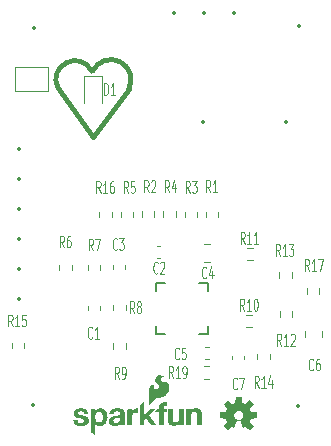
<source format=gto>
%TF.GenerationSoftware,KiCad,Pcbnew,8.0.8*%
%TF.CreationDate,2025-02-23T18:34:37+05:30*%
%TF.ProjectId,my-template,6d792d74-656d-4706-9c61-74652e6b6963,rev?*%
%TF.SameCoordinates,Original*%
%TF.FileFunction,Legend,Top*%
%TF.FilePolarity,Positive*%
%FSLAX46Y46*%
G04 Gerber Fmt 4.6, Leading zero omitted, Abs format (unit mm)*
G04 Created by KiCad (PCBNEW 8.0.8) date 2025-02-23 18:34:37*
%MOMM*%
%LPD*%
G01*
G04 APERTURE LIST*
%ADD10C,0.406400*%
%ADD11C,0.100000*%
%ADD12C,0.120000*%
%ADD13C,0.152400*%
%ADD14C,0.000000*%
%ADD15C,0.350000*%
G04 APERTURE END LIST*
D10*
X135110207Y-84042446D02*
G75*
G02*
X137971993Y-82611554I1430893J715446D01*
G01*
X135110207Y-84042446D02*
X138065100Y-88153000D01*
X138065100Y-82565000D02*
G75*
G02*
X141113100Y-84089000I1524000J-762000D01*
G01*
X138065100Y-88153000D02*
X141113100Y-84089000D01*
D11*
X147675100Y-100067180D02*
X147646528Y-100114800D01*
X147646528Y-100114800D02*
X147560814Y-100162419D01*
X147560814Y-100162419D02*
X147503671Y-100162419D01*
X147503671Y-100162419D02*
X147417957Y-100114800D01*
X147417957Y-100114800D02*
X147360814Y-100019561D01*
X147360814Y-100019561D02*
X147332243Y-99924323D01*
X147332243Y-99924323D02*
X147303671Y-99733847D01*
X147303671Y-99733847D02*
X147303671Y-99590990D01*
X147303671Y-99590990D02*
X147332243Y-99400514D01*
X147332243Y-99400514D02*
X147360814Y-99305276D01*
X147360814Y-99305276D02*
X147417957Y-99210038D01*
X147417957Y-99210038D02*
X147503671Y-99162419D01*
X147503671Y-99162419D02*
X147560814Y-99162419D01*
X147560814Y-99162419D02*
X147646528Y-99210038D01*
X147646528Y-99210038D02*
X147675100Y-99257657D01*
X148189386Y-99495752D02*
X148189386Y-100162419D01*
X148046528Y-99114800D02*
X147903671Y-99829085D01*
X147903671Y-99829085D02*
X148275100Y-99829085D01*
X150879285Y-102882419D02*
X150679285Y-102406228D01*
X150536428Y-102882419D02*
X150536428Y-101882419D01*
X150536428Y-101882419D02*
X150764999Y-101882419D01*
X150764999Y-101882419D02*
X150822142Y-101930038D01*
X150822142Y-101930038D02*
X150850713Y-101977657D01*
X150850713Y-101977657D02*
X150879285Y-102072895D01*
X150879285Y-102072895D02*
X150879285Y-102215752D01*
X150879285Y-102215752D02*
X150850713Y-102310990D01*
X150850713Y-102310990D02*
X150822142Y-102358609D01*
X150822142Y-102358609D02*
X150764999Y-102406228D01*
X150764999Y-102406228D02*
X150536428Y-102406228D01*
X151450713Y-102882419D02*
X151107856Y-102882419D01*
X151279285Y-102882419D02*
X151279285Y-101882419D01*
X151279285Y-101882419D02*
X151222142Y-102025276D01*
X151222142Y-102025276D02*
X151164999Y-102120514D01*
X151164999Y-102120514D02*
X151107856Y-102168133D01*
X151822142Y-101882419D02*
X151879285Y-101882419D01*
X151879285Y-101882419D02*
X151936428Y-101930038D01*
X151936428Y-101930038D02*
X151965000Y-101977657D01*
X151965000Y-101977657D02*
X151993571Y-102072895D01*
X151993571Y-102072895D02*
X152022142Y-102263371D01*
X152022142Y-102263371D02*
X152022142Y-102501466D01*
X152022142Y-102501466D02*
X151993571Y-102691942D01*
X151993571Y-102691942D02*
X151965000Y-102787180D01*
X151965000Y-102787180D02*
X151936428Y-102834800D01*
X151936428Y-102834800D02*
X151879285Y-102882419D01*
X151879285Y-102882419D02*
X151822142Y-102882419D01*
X151822142Y-102882419D02*
X151765000Y-102834800D01*
X151765000Y-102834800D02*
X151736428Y-102787180D01*
X151736428Y-102787180D02*
X151707857Y-102691942D01*
X151707857Y-102691942D02*
X151679285Y-102501466D01*
X151679285Y-102501466D02*
X151679285Y-102263371D01*
X151679285Y-102263371D02*
X151707857Y-102072895D01*
X151707857Y-102072895D02*
X151736428Y-101977657D01*
X151736428Y-101977657D02*
X151765000Y-101930038D01*
X151765000Y-101930038D02*
X151822142Y-101882419D01*
X141560000Y-103102419D02*
X141360000Y-102626228D01*
X141217143Y-103102419D02*
X141217143Y-102102419D01*
X141217143Y-102102419D02*
X141445714Y-102102419D01*
X141445714Y-102102419D02*
X141502857Y-102150038D01*
X141502857Y-102150038D02*
X141531428Y-102197657D01*
X141531428Y-102197657D02*
X141560000Y-102292895D01*
X141560000Y-102292895D02*
X141560000Y-102435752D01*
X141560000Y-102435752D02*
X141531428Y-102530990D01*
X141531428Y-102530990D02*
X141502857Y-102578609D01*
X141502857Y-102578609D02*
X141445714Y-102626228D01*
X141445714Y-102626228D02*
X141217143Y-102626228D01*
X141902857Y-102530990D02*
X141845714Y-102483371D01*
X141845714Y-102483371D02*
X141817143Y-102435752D01*
X141817143Y-102435752D02*
X141788571Y-102340514D01*
X141788571Y-102340514D02*
X141788571Y-102292895D01*
X141788571Y-102292895D02*
X141817143Y-102197657D01*
X141817143Y-102197657D02*
X141845714Y-102150038D01*
X141845714Y-102150038D02*
X141902857Y-102102419D01*
X141902857Y-102102419D02*
X142017143Y-102102419D01*
X142017143Y-102102419D02*
X142074286Y-102150038D01*
X142074286Y-102150038D02*
X142102857Y-102197657D01*
X142102857Y-102197657D02*
X142131428Y-102292895D01*
X142131428Y-102292895D02*
X142131428Y-102340514D01*
X142131428Y-102340514D02*
X142102857Y-102435752D01*
X142102857Y-102435752D02*
X142074286Y-102483371D01*
X142074286Y-102483371D02*
X142017143Y-102530990D01*
X142017143Y-102530990D02*
X141902857Y-102530990D01*
X141902857Y-102530990D02*
X141845714Y-102578609D01*
X141845714Y-102578609D02*
X141817143Y-102626228D01*
X141817143Y-102626228D02*
X141788571Y-102721466D01*
X141788571Y-102721466D02*
X141788571Y-102911942D01*
X141788571Y-102911942D02*
X141817143Y-103007180D01*
X141817143Y-103007180D02*
X141845714Y-103054800D01*
X141845714Y-103054800D02*
X141902857Y-103102419D01*
X141902857Y-103102419D02*
X142017143Y-103102419D01*
X142017143Y-103102419D02*
X142074286Y-103054800D01*
X142074286Y-103054800D02*
X142102857Y-103007180D01*
X142102857Y-103007180D02*
X142131428Y-102911942D01*
X142131428Y-102911942D02*
X142131428Y-102721466D01*
X142131428Y-102721466D02*
X142102857Y-102626228D01*
X142102857Y-102626228D02*
X142074286Y-102578609D01*
X142074286Y-102578609D02*
X142017143Y-102530990D01*
X153894285Y-98257419D02*
X153694285Y-97781228D01*
X153551428Y-98257419D02*
X153551428Y-97257419D01*
X153551428Y-97257419D02*
X153779999Y-97257419D01*
X153779999Y-97257419D02*
X153837142Y-97305038D01*
X153837142Y-97305038D02*
X153865713Y-97352657D01*
X153865713Y-97352657D02*
X153894285Y-97447895D01*
X153894285Y-97447895D02*
X153894285Y-97590752D01*
X153894285Y-97590752D02*
X153865713Y-97685990D01*
X153865713Y-97685990D02*
X153837142Y-97733609D01*
X153837142Y-97733609D02*
X153779999Y-97781228D01*
X153779999Y-97781228D02*
X153551428Y-97781228D01*
X154465713Y-98257419D02*
X154122856Y-98257419D01*
X154294285Y-98257419D02*
X154294285Y-97257419D01*
X154294285Y-97257419D02*
X154237142Y-97400276D01*
X154237142Y-97400276D02*
X154179999Y-97495514D01*
X154179999Y-97495514D02*
X154122856Y-97543133D01*
X154665714Y-97257419D02*
X155037142Y-97257419D01*
X155037142Y-97257419D02*
X154837142Y-97638371D01*
X154837142Y-97638371D02*
X154922857Y-97638371D01*
X154922857Y-97638371D02*
X154980000Y-97685990D01*
X154980000Y-97685990D02*
X155008571Y-97733609D01*
X155008571Y-97733609D02*
X155037142Y-97828847D01*
X155037142Y-97828847D02*
X155037142Y-98066942D01*
X155037142Y-98066942D02*
X155008571Y-98162180D01*
X155008571Y-98162180D02*
X154980000Y-98209800D01*
X154980000Y-98209800D02*
X154922857Y-98257419D01*
X154922857Y-98257419D02*
X154751428Y-98257419D01*
X154751428Y-98257419D02*
X154694285Y-98209800D01*
X154694285Y-98209800D02*
X154665714Y-98162180D01*
X139022243Y-84622419D02*
X139022243Y-83622419D01*
X139022243Y-83622419D02*
X139165100Y-83622419D01*
X139165100Y-83622419D02*
X139250814Y-83670038D01*
X139250814Y-83670038D02*
X139307957Y-83765276D01*
X139307957Y-83765276D02*
X139336528Y-83860514D01*
X139336528Y-83860514D02*
X139365100Y-84050990D01*
X139365100Y-84050990D02*
X139365100Y-84193847D01*
X139365100Y-84193847D02*
X139336528Y-84384323D01*
X139336528Y-84384323D02*
X139307957Y-84479561D01*
X139307957Y-84479561D02*
X139250814Y-84574800D01*
X139250814Y-84574800D02*
X139165100Y-84622419D01*
X139165100Y-84622419D02*
X139022243Y-84622419D01*
X139936528Y-84622419D02*
X139593671Y-84622419D01*
X139765100Y-84622419D02*
X139765100Y-83622419D01*
X139765100Y-83622419D02*
X139707957Y-83765276D01*
X139707957Y-83765276D02*
X139650814Y-83860514D01*
X139650814Y-83860514D02*
X139593671Y-83908133D01*
X145355100Y-106917180D02*
X145326528Y-106964800D01*
X145326528Y-106964800D02*
X145240814Y-107012419D01*
X145240814Y-107012419D02*
X145183671Y-107012419D01*
X145183671Y-107012419D02*
X145097957Y-106964800D01*
X145097957Y-106964800D02*
X145040814Y-106869561D01*
X145040814Y-106869561D02*
X145012243Y-106774323D01*
X145012243Y-106774323D02*
X144983671Y-106583847D01*
X144983671Y-106583847D02*
X144983671Y-106440990D01*
X144983671Y-106440990D02*
X145012243Y-106250514D01*
X145012243Y-106250514D02*
X145040814Y-106155276D01*
X145040814Y-106155276D02*
X145097957Y-106060038D01*
X145097957Y-106060038D02*
X145183671Y-106012419D01*
X145183671Y-106012419D02*
X145240814Y-106012419D01*
X145240814Y-106012419D02*
X145326528Y-106060038D01*
X145326528Y-106060038D02*
X145355100Y-106107657D01*
X145897957Y-106012419D02*
X145612243Y-106012419D01*
X145612243Y-106012419D02*
X145583671Y-106488609D01*
X145583671Y-106488609D02*
X145612243Y-106440990D01*
X145612243Y-106440990D02*
X145669386Y-106393371D01*
X145669386Y-106393371D02*
X145812243Y-106393371D01*
X145812243Y-106393371D02*
X145869386Y-106440990D01*
X145869386Y-106440990D02*
X145897957Y-106488609D01*
X145897957Y-106488609D02*
X145926528Y-106583847D01*
X145926528Y-106583847D02*
X145926528Y-106821942D01*
X145926528Y-106821942D02*
X145897957Y-106917180D01*
X145897957Y-106917180D02*
X145869386Y-106964800D01*
X145869386Y-106964800D02*
X145812243Y-107012419D01*
X145812243Y-107012419D02*
X145669386Y-107012419D01*
X145669386Y-107012419D02*
X145612243Y-106964800D01*
X145612243Y-106964800D02*
X145583671Y-106917180D01*
X150914285Y-97217419D02*
X150714285Y-96741228D01*
X150571428Y-97217419D02*
X150571428Y-96217419D01*
X150571428Y-96217419D02*
X150799999Y-96217419D01*
X150799999Y-96217419D02*
X150857142Y-96265038D01*
X150857142Y-96265038D02*
X150885713Y-96312657D01*
X150885713Y-96312657D02*
X150914285Y-96407895D01*
X150914285Y-96407895D02*
X150914285Y-96550752D01*
X150914285Y-96550752D02*
X150885713Y-96645990D01*
X150885713Y-96645990D02*
X150857142Y-96693609D01*
X150857142Y-96693609D02*
X150799999Y-96741228D01*
X150799999Y-96741228D02*
X150571428Y-96741228D01*
X151485713Y-97217419D02*
X151142856Y-97217419D01*
X151314285Y-97217419D02*
X151314285Y-96217419D01*
X151314285Y-96217419D02*
X151257142Y-96360276D01*
X151257142Y-96360276D02*
X151199999Y-96455514D01*
X151199999Y-96455514D02*
X151142856Y-96503133D01*
X152057142Y-97217419D02*
X151714285Y-97217419D01*
X151885714Y-97217419D02*
X151885714Y-96217419D01*
X151885714Y-96217419D02*
X151828571Y-96360276D01*
X151828571Y-96360276D02*
X151771428Y-96455514D01*
X151771428Y-96455514D02*
X151714285Y-96503133D01*
X138060000Y-97782419D02*
X137860000Y-97306228D01*
X137717143Y-97782419D02*
X137717143Y-96782419D01*
X137717143Y-96782419D02*
X137945714Y-96782419D01*
X137945714Y-96782419D02*
X138002857Y-96830038D01*
X138002857Y-96830038D02*
X138031428Y-96877657D01*
X138031428Y-96877657D02*
X138060000Y-96972895D01*
X138060000Y-96972895D02*
X138060000Y-97115752D01*
X138060000Y-97115752D02*
X138031428Y-97210990D01*
X138031428Y-97210990D02*
X138002857Y-97258609D01*
X138002857Y-97258609D02*
X137945714Y-97306228D01*
X137945714Y-97306228D02*
X137717143Y-97306228D01*
X138260000Y-96782419D02*
X138660000Y-96782419D01*
X138660000Y-96782419D02*
X138402857Y-97782419D01*
X138709385Y-92922419D02*
X138509385Y-92446228D01*
X138366528Y-92922419D02*
X138366528Y-91922419D01*
X138366528Y-91922419D02*
X138595099Y-91922419D01*
X138595099Y-91922419D02*
X138652242Y-91970038D01*
X138652242Y-91970038D02*
X138680813Y-92017657D01*
X138680813Y-92017657D02*
X138709385Y-92112895D01*
X138709385Y-92112895D02*
X138709385Y-92255752D01*
X138709385Y-92255752D02*
X138680813Y-92350990D01*
X138680813Y-92350990D02*
X138652242Y-92398609D01*
X138652242Y-92398609D02*
X138595099Y-92446228D01*
X138595099Y-92446228D02*
X138366528Y-92446228D01*
X139280813Y-92922419D02*
X138937956Y-92922419D01*
X139109385Y-92922419D02*
X139109385Y-91922419D01*
X139109385Y-91922419D02*
X139052242Y-92065276D01*
X139052242Y-92065276D02*
X138995099Y-92160514D01*
X138995099Y-92160514D02*
X138937956Y-92208133D01*
X139795100Y-91922419D02*
X139680814Y-91922419D01*
X139680814Y-91922419D02*
X139623671Y-91970038D01*
X139623671Y-91970038D02*
X139595100Y-92017657D01*
X139595100Y-92017657D02*
X139537957Y-92160514D01*
X139537957Y-92160514D02*
X139509385Y-92350990D01*
X139509385Y-92350990D02*
X139509385Y-92731942D01*
X139509385Y-92731942D02*
X139537957Y-92827180D01*
X139537957Y-92827180D02*
X139566528Y-92874800D01*
X139566528Y-92874800D02*
X139623671Y-92922419D01*
X139623671Y-92922419D02*
X139737957Y-92922419D01*
X139737957Y-92922419D02*
X139795100Y-92874800D01*
X139795100Y-92874800D02*
X139823671Y-92827180D01*
X139823671Y-92827180D02*
X139852242Y-92731942D01*
X139852242Y-92731942D02*
X139852242Y-92493847D01*
X139852242Y-92493847D02*
X139823671Y-92398609D01*
X139823671Y-92398609D02*
X139795100Y-92350990D01*
X139795100Y-92350990D02*
X139737957Y-92303371D01*
X139737957Y-92303371D02*
X139623671Y-92303371D01*
X139623671Y-92303371D02*
X139566528Y-92350990D01*
X139566528Y-92350990D02*
X139537957Y-92398609D01*
X139537957Y-92398609D02*
X139509385Y-92493847D01*
X143540000Y-99652180D02*
X143511428Y-99699800D01*
X143511428Y-99699800D02*
X143425714Y-99747419D01*
X143425714Y-99747419D02*
X143368571Y-99747419D01*
X143368571Y-99747419D02*
X143282857Y-99699800D01*
X143282857Y-99699800D02*
X143225714Y-99604561D01*
X143225714Y-99604561D02*
X143197143Y-99509323D01*
X143197143Y-99509323D02*
X143168571Y-99318847D01*
X143168571Y-99318847D02*
X143168571Y-99175990D01*
X143168571Y-99175990D02*
X143197143Y-98985514D01*
X143197143Y-98985514D02*
X143225714Y-98890276D01*
X143225714Y-98890276D02*
X143282857Y-98795038D01*
X143282857Y-98795038D02*
X143368571Y-98747419D01*
X143368571Y-98747419D02*
X143425714Y-98747419D01*
X143425714Y-98747419D02*
X143511428Y-98795038D01*
X143511428Y-98795038D02*
X143540000Y-98842657D01*
X143768571Y-98842657D02*
X143797143Y-98795038D01*
X143797143Y-98795038D02*
X143854286Y-98747419D01*
X143854286Y-98747419D02*
X143997143Y-98747419D01*
X143997143Y-98747419D02*
X144054286Y-98795038D01*
X144054286Y-98795038D02*
X144082857Y-98842657D01*
X144082857Y-98842657D02*
X144111428Y-98937895D01*
X144111428Y-98937895D02*
X144111428Y-99033133D01*
X144111428Y-99033133D02*
X144082857Y-99175990D01*
X144082857Y-99175990D02*
X143740000Y-99747419D01*
X143740000Y-99747419D02*
X144111428Y-99747419D01*
X146268242Y-92892419D02*
X146068242Y-92416228D01*
X145925385Y-92892419D02*
X145925385Y-91892419D01*
X145925385Y-91892419D02*
X146153956Y-91892419D01*
X146153956Y-91892419D02*
X146211099Y-91940038D01*
X146211099Y-91940038D02*
X146239670Y-91987657D01*
X146239670Y-91987657D02*
X146268242Y-92082895D01*
X146268242Y-92082895D02*
X146268242Y-92225752D01*
X146268242Y-92225752D02*
X146239670Y-92320990D01*
X146239670Y-92320990D02*
X146211099Y-92368609D01*
X146211099Y-92368609D02*
X146153956Y-92416228D01*
X146153956Y-92416228D02*
X145925385Y-92416228D01*
X146468242Y-91892419D02*
X146839670Y-91892419D01*
X146839670Y-91892419D02*
X146639670Y-92273371D01*
X146639670Y-92273371D02*
X146725385Y-92273371D01*
X146725385Y-92273371D02*
X146782528Y-92320990D01*
X146782528Y-92320990D02*
X146811099Y-92368609D01*
X146811099Y-92368609D02*
X146839670Y-92463847D01*
X146839670Y-92463847D02*
X146839670Y-92701942D01*
X146839670Y-92701942D02*
X146811099Y-92797180D01*
X146811099Y-92797180D02*
X146782528Y-92844800D01*
X146782528Y-92844800D02*
X146725385Y-92892419D01*
X146725385Y-92892419D02*
X146553956Y-92892419D01*
X146553956Y-92892419D02*
X146496813Y-92844800D01*
X146496813Y-92844800D02*
X146468242Y-92797180D01*
X156710000Y-107842180D02*
X156681428Y-107889800D01*
X156681428Y-107889800D02*
X156595714Y-107937419D01*
X156595714Y-107937419D02*
X156538571Y-107937419D01*
X156538571Y-107937419D02*
X156452857Y-107889800D01*
X156452857Y-107889800D02*
X156395714Y-107794561D01*
X156395714Y-107794561D02*
X156367143Y-107699323D01*
X156367143Y-107699323D02*
X156338571Y-107508847D01*
X156338571Y-107508847D02*
X156338571Y-107365990D01*
X156338571Y-107365990D02*
X156367143Y-107175514D01*
X156367143Y-107175514D02*
X156395714Y-107080276D01*
X156395714Y-107080276D02*
X156452857Y-106985038D01*
X156452857Y-106985038D02*
X156538571Y-106937419D01*
X156538571Y-106937419D02*
X156595714Y-106937419D01*
X156595714Y-106937419D02*
X156681428Y-106985038D01*
X156681428Y-106985038D02*
X156710000Y-107032657D01*
X157224286Y-106937419D02*
X157110000Y-106937419D01*
X157110000Y-106937419D02*
X157052857Y-106985038D01*
X157052857Y-106985038D02*
X157024286Y-107032657D01*
X157024286Y-107032657D02*
X156967143Y-107175514D01*
X156967143Y-107175514D02*
X156938571Y-107365990D01*
X156938571Y-107365990D02*
X156938571Y-107746942D01*
X156938571Y-107746942D02*
X156967143Y-107842180D01*
X156967143Y-107842180D02*
X156995714Y-107889800D01*
X156995714Y-107889800D02*
X157052857Y-107937419D01*
X157052857Y-107937419D02*
X157167143Y-107937419D01*
X157167143Y-107937419D02*
X157224286Y-107889800D01*
X157224286Y-107889800D02*
X157252857Y-107842180D01*
X157252857Y-107842180D02*
X157281428Y-107746942D01*
X157281428Y-107746942D02*
X157281428Y-107508847D01*
X157281428Y-107508847D02*
X157252857Y-107413609D01*
X157252857Y-107413609D02*
X157224286Y-107365990D01*
X157224286Y-107365990D02*
X157167143Y-107318371D01*
X157167143Y-107318371D02*
X157052857Y-107318371D01*
X157052857Y-107318371D02*
X156995714Y-107365990D01*
X156995714Y-107365990D02*
X156967143Y-107413609D01*
X156967143Y-107413609D02*
X156938571Y-107508847D01*
X131259385Y-104212419D02*
X131059385Y-103736228D01*
X130916528Y-104212419D02*
X130916528Y-103212419D01*
X130916528Y-103212419D02*
X131145099Y-103212419D01*
X131145099Y-103212419D02*
X131202242Y-103260038D01*
X131202242Y-103260038D02*
X131230813Y-103307657D01*
X131230813Y-103307657D02*
X131259385Y-103402895D01*
X131259385Y-103402895D02*
X131259385Y-103545752D01*
X131259385Y-103545752D02*
X131230813Y-103640990D01*
X131230813Y-103640990D02*
X131202242Y-103688609D01*
X131202242Y-103688609D02*
X131145099Y-103736228D01*
X131145099Y-103736228D02*
X130916528Y-103736228D01*
X131830813Y-104212419D02*
X131487956Y-104212419D01*
X131659385Y-104212419D02*
X131659385Y-103212419D01*
X131659385Y-103212419D02*
X131602242Y-103355276D01*
X131602242Y-103355276D02*
X131545099Y-103450514D01*
X131545099Y-103450514D02*
X131487956Y-103498133D01*
X132373671Y-103212419D02*
X132087957Y-103212419D01*
X132087957Y-103212419D02*
X132059385Y-103688609D01*
X132059385Y-103688609D02*
X132087957Y-103640990D01*
X132087957Y-103640990D02*
X132145100Y-103593371D01*
X132145100Y-103593371D02*
X132287957Y-103593371D01*
X132287957Y-103593371D02*
X132345100Y-103640990D01*
X132345100Y-103640990D02*
X132373671Y-103688609D01*
X132373671Y-103688609D02*
X132402242Y-103783847D01*
X132402242Y-103783847D02*
X132402242Y-104021942D01*
X132402242Y-104021942D02*
X132373671Y-104117180D01*
X132373671Y-104117180D02*
X132345100Y-104164800D01*
X132345100Y-104164800D02*
X132287957Y-104212419D01*
X132287957Y-104212419D02*
X132145100Y-104212419D01*
X132145100Y-104212419D02*
X132087957Y-104164800D01*
X132087957Y-104164800D02*
X132059385Y-104117180D01*
X135605100Y-97532419D02*
X135405100Y-97056228D01*
X135262243Y-97532419D02*
X135262243Y-96532419D01*
X135262243Y-96532419D02*
X135490814Y-96532419D01*
X135490814Y-96532419D02*
X135547957Y-96580038D01*
X135547957Y-96580038D02*
X135576528Y-96627657D01*
X135576528Y-96627657D02*
X135605100Y-96722895D01*
X135605100Y-96722895D02*
X135605100Y-96865752D01*
X135605100Y-96865752D02*
X135576528Y-96960990D01*
X135576528Y-96960990D02*
X135547957Y-97008609D01*
X135547957Y-97008609D02*
X135490814Y-97056228D01*
X135490814Y-97056228D02*
X135262243Y-97056228D01*
X136119386Y-96532419D02*
X136005100Y-96532419D01*
X136005100Y-96532419D02*
X135947957Y-96580038D01*
X135947957Y-96580038D02*
X135919386Y-96627657D01*
X135919386Y-96627657D02*
X135862243Y-96770514D01*
X135862243Y-96770514D02*
X135833671Y-96960990D01*
X135833671Y-96960990D02*
X135833671Y-97341942D01*
X135833671Y-97341942D02*
X135862243Y-97437180D01*
X135862243Y-97437180D02*
X135890814Y-97484800D01*
X135890814Y-97484800D02*
X135947957Y-97532419D01*
X135947957Y-97532419D02*
X136062243Y-97532419D01*
X136062243Y-97532419D02*
X136119386Y-97484800D01*
X136119386Y-97484800D02*
X136147957Y-97437180D01*
X136147957Y-97437180D02*
X136176528Y-97341942D01*
X136176528Y-97341942D02*
X136176528Y-97103847D01*
X136176528Y-97103847D02*
X136147957Y-97008609D01*
X136147957Y-97008609D02*
X136119386Y-96960990D01*
X136119386Y-96960990D02*
X136062243Y-96913371D01*
X136062243Y-96913371D02*
X135947957Y-96913371D01*
X135947957Y-96913371D02*
X135890814Y-96960990D01*
X135890814Y-96960990D02*
X135862243Y-97008609D01*
X135862243Y-97008609D02*
X135833671Y-97103847D01*
X141027671Y-92912419D02*
X140827671Y-92436228D01*
X140684814Y-92912419D02*
X140684814Y-91912419D01*
X140684814Y-91912419D02*
X140913385Y-91912419D01*
X140913385Y-91912419D02*
X140970528Y-91960038D01*
X140970528Y-91960038D02*
X140999099Y-92007657D01*
X140999099Y-92007657D02*
X141027671Y-92102895D01*
X141027671Y-92102895D02*
X141027671Y-92245752D01*
X141027671Y-92245752D02*
X140999099Y-92340990D01*
X140999099Y-92340990D02*
X140970528Y-92388609D01*
X140970528Y-92388609D02*
X140913385Y-92436228D01*
X140913385Y-92436228D02*
X140684814Y-92436228D01*
X141570528Y-91912419D02*
X141284814Y-91912419D01*
X141284814Y-91912419D02*
X141256242Y-92388609D01*
X141256242Y-92388609D02*
X141284814Y-92340990D01*
X141284814Y-92340990D02*
X141341957Y-92293371D01*
X141341957Y-92293371D02*
X141484814Y-92293371D01*
X141484814Y-92293371D02*
X141541957Y-92340990D01*
X141541957Y-92340990D02*
X141570528Y-92388609D01*
X141570528Y-92388609D02*
X141599099Y-92483847D01*
X141599099Y-92483847D02*
X141599099Y-92721942D01*
X141599099Y-92721942D02*
X141570528Y-92817180D01*
X141570528Y-92817180D02*
X141541957Y-92864800D01*
X141541957Y-92864800D02*
X141484814Y-92912419D01*
X141484814Y-92912419D02*
X141341957Y-92912419D01*
X141341957Y-92912419D02*
X141284814Y-92864800D01*
X141284814Y-92864800D02*
X141256242Y-92817180D01*
X148015100Y-92852419D02*
X147815100Y-92376228D01*
X147672243Y-92852419D02*
X147672243Y-91852419D01*
X147672243Y-91852419D02*
X147900814Y-91852419D01*
X147900814Y-91852419D02*
X147957957Y-91900038D01*
X147957957Y-91900038D02*
X147986528Y-91947657D01*
X147986528Y-91947657D02*
X148015100Y-92042895D01*
X148015100Y-92042895D02*
X148015100Y-92185752D01*
X148015100Y-92185752D02*
X147986528Y-92280990D01*
X147986528Y-92280990D02*
X147957957Y-92328609D01*
X147957957Y-92328609D02*
X147900814Y-92376228D01*
X147900814Y-92376228D02*
X147672243Y-92376228D01*
X148586528Y-92852419D02*
X148243671Y-92852419D01*
X148415100Y-92852419D02*
X148415100Y-91852419D01*
X148415100Y-91852419D02*
X148357957Y-91995276D01*
X148357957Y-91995276D02*
X148300814Y-92090514D01*
X148300814Y-92090514D02*
X148243671Y-92138133D01*
X152109385Y-109402419D02*
X151909385Y-108926228D01*
X151766528Y-109402419D02*
X151766528Y-108402419D01*
X151766528Y-108402419D02*
X151995099Y-108402419D01*
X151995099Y-108402419D02*
X152052242Y-108450038D01*
X152052242Y-108450038D02*
X152080813Y-108497657D01*
X152080813Y-108497657D02*
X152109385Y-108592895D01*
X152109385Y-108592895D02*
X152109385Y-108735752D01*
X152109385Y-108735752D02*
X152080813Y-108830990D01*
X152080813Y-108830990D02*
X152052242Y-108878609D01*
X152052242Y-108878609D02*
X151995099Y-108926228D01*
X151995099Y-108926228D02*
X151766528Y-108926228D01*
X152680813Y-109402419D02*
X152337956Y-109402419D01*
X152509385Y-109402419D02*
X152509385Y-108402419D01*
X152509385Y-108402419D02*
X152452242Y-108545276D01*
X152452242Y-108545276D02*
X152395099Y-108640514D01*
X152395099Y-108640514D02*
X152337956Y-108688133D01*
X153195100Y-108735752D02*
X153195100Y-109402419D01*
X153052242Y-108354800D02*
X152909385Y-109069085D01*
X152909385Y-109069085D02*
X153280814Y-109069085D01*
X137990000Y-105152180D02*
X137961428Y-105199800D01*
X137961428Y-105199800D02*
X137875714Y-105247419D01*
X137875714Y-105247419D02*
X137818571Y-105247419D01*
X137818571Y-105247419D02*
X137732857Y-105199800D01*
X137732857Y-105199800D02*
X137675714Y-105104561D01*
X137675714Y-105104561D02*
X137647143Y-105009323D01*
X137647143Y-105009323D02*
X137618571Y-104818847D01*
X137618571Y-104818847D02*
X137618571Y-104675990D01*
X137618571Y-104675990D02*
X137647143Y-104485514D01*
X137647143Y-104485514D02*
X137675714Y-104390276D01*
X137675714Y-104390276D02*
X137732857Y-104295038D01*
X137732857Y-104295038D02*
X137818571Y-104247419D01*
X137818571Y-104247419D02*
X137875714Y-104247419D01*
X137875714Y-104247419D02*
X137961428Y-104295038D01*
X137961428Y-104295038D02*
X137990000Y-104342657D01*
X138561428Y-105247419D02*
X138218571Y-105247419D01*
X138390000Y-105247419D02*
X138390000Y-104247419D01*
X138390000Y-104247419D02*
X138332857Y-104390276D01*
X138332857Y-104390276D02*
X138275714Y-104485514D01*
X138275714Y-104485514D02*
X138218571Y-104533133D01*
X142774528Y-92862419D02*
X142574528Y-92386228D01*
X142431671Y-92862419D02*
X142431671Y-91862419D01*
X142431671Y-91862419D02*
X142660242Y-91862419D01*
X142660242Y-91862419D02*
X142717385Y-91910038D01*
X142717385Y-91910038D02*
X142745956Y-91957657D01*
X142745956Y-91957657D02*
X142774528Y-92052895D01*
X142774528Y-92052895D02*
X142774528Y-92195752D01*
X142774528Y-92195752D02*
X142745956Y-92290990D01*
X142745956Y-92290990D02*
X142717385Y-92338609D01*
X142717385Y-92338609D02*
X142660242Y-92386228D01*
X142660242Y-92386228D02*
X142431671Y-92386228D01*
X143003099Y-91957657D02*
X143031671Y-91910038D01*
X143031671Y-91910038D02*
X143088814Y-91862419D01*
X143088814Y-91862419D02*
X143231671Y-91862419D01*
X143231671Y-91862419D02*
X143288814Y-91910038D01*
X143288814Y-91910038D02*
X143317385Y-91957657D01*
X143317385Y-91957657D02*
X143345956Y-92052895D01*
X143345956Y-92052895D02*
X143345956Y-92148133D01*
X143345956Y-92148133D02*
X143317385Y-92290990D01*
X143317385Y-92290990D02*
X142974528Y-92862419D01*
X142974528Y-92862419D02*
X143345956Y-92862419D01*
X156354285Y-99537419D02*
X156154285Y-99061228D01*
X156011428Y-99537419D02*
X156011428Y-98537419D01*
X156011428Y-98537419D02*
X156239999Y-98537419D01*
X156239999Y-98537419D02*
X156297142Y-98585038D01*
X156297142Y-98585038D02*
X156325713Y-98632657D01*
X156325713Y-98632657D02*
X156354285Y-98727895D01*
X156354285Y-98727895D02*
X156354285Y-98870752D01*
X156354285Y-98870752D02*
X156325713Y-98965990D01*
X156325713Y-98965990D02*
X156297142Y-99013609D01*
X156297142Y-99013609D02*
X156239999Y-99061228D01*
X156239999Y-99061228D02*
X156011428Y-99061228D01*
X156925713Y-99537419D02*
X156582856Y-99537419D01*
X156754285Y-99537419D02*
X156754285Y-98537419D01*
X156754285Y-98537419D02*
X156697142Y-98680276D01*
X156697142Y-98680276D02*
X156639999Y-98775514D01*
X156639999Y-98775514D02*
X156582856Y-98823133D01*
X157125714Y-98537419D02*
X157525714Y-98537419D01*
X157525714Y-98537419D02*
X157268571Y-99537419D01*
X144521385Y-92862419D02*
X144321385Y-92386228D01*
X144178528Y-92862419D02*
X144178528Y-91862419D01*
X144178528Y-91862419D02*
X144407099Y-91862419D01*
X144407099Y-91862419D02*
X144464242Y-91910038D01*
X144464242Y-91910038D02*
X144492813Y-91957657D01*
X144492813Y-91957657D02*
X144521385Y-92052895D01*
X144521385Y-92052895D02*
X144521385Y-92195752D01*
X144521385Y-92195752D02*
X144492813Y-92290990D01*
X144492813Y-92290990D02*
X144464242Y-92338609D01*
X144464242Y-92338609D02*
X144407099Y-92386228D01*
X144407099Y-92386228D02*
X144178528Y-92386228D01*
X145035671Y-92195752D02*
X145035671Y-92862419D01*
X144892813Y-91814800D02*
X144749956Y-92529085D01*
X144749956Y-92529085D02*
X145121385Y-92529085D01*
X144849385Y-108592419D02*
X144649385Y-108116228D01*
X144506528Y-108592419D02*
X144506528Y-107592419D01*
X144506528Y-107592419D02*
X144735099Y-107592419D01*
X144735099Y-107592419D02*
X144792242Y-107640038D01*
X144792242Y-107640038D02*
X144820813Y-107687657D01*
X144820813Y-107687657D02*
X144849385Y-107782895D01*
X144849385Y-107782895D02*
X144849385Y-107925752D01*
X144849385Y-107925752D02*
X144820813Y-108020990D01*
X144820813Y-108020990D02*
X144792242Y-108068609D01*
X144792242Y-108068609D02*
X144735099Y-108116228D01*
X144735099Y-108116228D02*
X144506528Y-108116228D01*
X145420813Y-108592419D02*
X145077956Y-108592419D01*
X145249385Y-108592419D02*
X145249385Y-107592419D01*
X145249385Y-107592419D02*
X145192242Y-107735276D01*
X145192242Y-107735276D02*
X145135099Y-107830514D01*
X145135099Y-107830514D02*
X145077956Y-107878133D01*
X145706528Y-108592419D02*
X145820814Y-108592419D01*
X145820814Y-108592419D02*
X145877957Y-108544800D01*
X145877957Y-108544800D02*
X145906528Y-108497180D01*
X145906528Y-108497180D02*
X145963671Y-108354323D01*
X145963671Y-108354323D02*
X145992242Y-108163847D01*
X145992242Y-108163847D02*
X145992242Y-107782895D01*
X145992242Y-107782895D02*
X145963671Y-107687657D01*
X145963671Y-107687657D02*
X145935100Y-107640038D01*
X145935100Y-107640038D02*
X145877957Y-107592419D01*
X145877957Y-107592419D02*
X145763671Y-107592419D01*
X145763671Y-107592419D02*
X145706528Y-107640038D01*
X145706528Y-107640038D02*
X145677957Y-107687657D01*
X145677957Y-107687657D02*
X145649385Y-107782895D01*
X145649385Y-107782895D02*
X145649385Y-108020990D01*
X145649385Y-108020990D02*
X145677957Y-108116228D01*
X145677957Y-108116228D02*
X145706528Y-108163847D01*
X145706528Y-108163847D02*
X145763671Y-108211466D01*
X145763671Y-108211466D02*
X145877957Y-108211466D01*
X145877957Y-108211466D02*
X145935100Y-108163847D01*
X145935100Y-108163847D02*
X145963671Y-108116228D01*
X145963671Y-108116228D02*
X145992242Y-108020990D01*
X154019385Y-105842419D02*
X153819385Y-105366228D01*
X153676528Y-105842419D02*
X153676528Y-104842419D01*
X153676528Y-104842419D02*
X153905099Y-104842419D01*
X153905099Y-104842419D02*
X153962242Y-104890038D01*
X153962242Y-104890038D02*
X153990813Y-104937657D01*
X153990813Y-104937657D02*
X154019385Y-105032895D01*
X154019385Y-105032895D02*
X154019385Y-105175752D01*
X154019385Y-105175752D02*
X153990813Y-105270990D01*
X153990813Y-105270990D02*
X153962242Y-105318609D01*
X153962242Y-105318609D02*
X153905099Y-105366228D01*
X153905099Y-105366228D02*
X153676528Y-105366228D01*
X154590813Y-105842419D02*
X154247956Y-105842419D01*
X154419385Y-105842419D02*
X154419385Y-104842419D01*
X154419385Y-104842419D02*
X154362242Y-104985276D01*
X154362242Y-104985276D02*
X154305099Y-105080514D01*
X154305099Y-105080514D02*
X154247956Y-105128133D01*
X154819385Y-104937657D02*
X154847957Y-104890038D01*
X154847957Y-104890038D02*
X154905100Y-104842419D01*
X154905100Y-104842419D02*
X155047957Y-104842419D01*
X155047957Y-104842419D02*
X155105100Y-104890038D01*
X155105100Y-104890038D02*
X155133671Y-104937657D01*
X155133671Y-104937657D02*
X155162242Y-105032895D01*
X155162242Y-105032895D02*
X155162242Y-105128133D01*
X155162242Y-105128133D02*
X155133671Y-105270990D01*
X155133671Y-105270990D02*
X154790814Y-105842419D01*
X154790814Y-105842419D02*
X155162242Y-105842419D01*
X140280000Y-108642419D02*
X140080000Y-108166228D01*
X139937143Y-108642419D02*
X139937143Y-107642419D01*
X139937143Y-107642419D02*
X140165714Y-107642419D01*
X140165714Y-107642419D02*
X140222857Y-107690038D01*
X140222857Y-107690038D02*
X140251428Y-107737657D01*
X140251428Y-107737657D02*
X140280000Y-107832895D01*
X140280000Y-107832895D02*
X140280000Y-107975752D01*
X140280000Y-107975752D02*
X140251428Y-108070990D01*
X140251428Y-108070990D02*
X140222857Y-108118609D01*
X140222857Y-108118609D02*
X140165714Y-108166228D01*
X140165714Y-108166228D02*
X139937143Y-108166228D01*
X140565714Y-108642419D02*
X140680000Y-108642419D01*
X140680000Y-108642419D02*
X140737143Y-108594800D01*
X140737143Y-108594800D02*
X140765714Y-108547180D01*
X140765714Y-108547180D02*
X140822857Y-108404323D01*
X140822857Y-108404323D02*
X140851428Y-108213847D01*
X140851428Y-108213847D02*
X140851428Y-107832895D01*
X140851428Y-107832895D02*
X140822857Y-107737657D01*
X140822857Y-107737657D02*
X140794286Y-107690038D01*
X140794286Y-107690038D02*
X140737143Y-107642419D01*
X140737143Y-107642419D02*
X140622857Y-107642419D01*
X140622857Y-107642419D02*
X140565714Y-107690038D01*
X140565714Y-107690038D02*
X140537143Y-107737657D01*
X140537143Y-107737657D02*
X140508571Y-107832895D01*
X140508571Y-107832895D02*
X140508571Y-108070990D01*
X140508571Y-108070990D02*
X140537143Y-108166228D01*
X140537143Y-108166228D02*
X140565714Y-108213847D01*
X140565714Y-108213847D02*
X140622857Y-108261466D01*
X140622857Y-108261466D02*
X140737143Y-108261466D01*
X140737143Y-108261466D02*
X140794286Y-108213847D01*
X140794286Y-108213847D02*
X140822857Y-108166228D01*
X140822857Y-108166228D02*
X140851428Y-108070990D01*
X140100000Y-97637180D02*
X140071428Y-97684800D01*
X140071428Y-97684800D02*
X139985714Y-97732419D01*
X139985714Y-97732419D02*
X139928571Y-97732419D01*
X139928571Y-97732419D02*
X139842857Y-97684800D01*
X139842857Y-97684800D02*
X139785714Y-97589561D01*
X139785714Y-97589561D02*
X139757143Y-97494323D01*
X139757143Y-97494323D02*
X139728571Y-97303847D01*
X139728571Y-97303847D02*
X139728571Y-97160990D01*
X139728571Y-97160990D02*
X139757143Y-96970514D01*
X139757143Y-96970514D02*
X139785714Y-96875276D01*
X139785714Y-96875276D02*
X139842857Y-96780038D01*
X139842857Y-96780038D02*
X139928571Y-96732419D01*
X139928571Y-96732419D02*
X139985714Y-96732419D01*
X139985714Y-96732419D02*
X140071428Y-96780038D01*
X140071428Y-96780038D02*
X140100000Y-96827657D01*
X140300000Y-96732419D02*
X140671428Y-96732419D01*
X140671428Y-96732419D02*
X140471428Y-97113371D01*
X140471428Y-97113371D02*
X140557143Y-97113371D01*
X140557143Y-97113371D02*
X140614286Y-97160990D01*
X140614286Y-97160990D02*
X140642857Y-97208609D01*
X140642857Y-97208609D02*
X140671428Y-97303847D01*
X140671428Y-97303847D02*
X140671428Y-97541942D01*
X140671428Y-97541942D02*
X140642857Y-97637180D01*
X140642857Y-97637180D02*
X140614286Y-97684800D01*
X140614286Y-97684800D02*
X140557143Y-97732419D01*
X140557143Y-97732419D02*
X140385714Y-97732419D01*
X140385714Y-97732419D02*
X140328571Y-97684800D01*
X140328571Y-97684800D02*
X140300000Y-97637180D01*
X150265100Y-109457180D02*
X150236528Y-109504800D01*
X150236528Y-109504800D02*
X150150814Y-109552419D01*
X150150814Y-109552419D02*
X150093671Y-109552419D01*
X150093671Y-109552419D02*
X150007957Y-109504800D01*
X150007957Y-109504800D02*
X149950814Y-109409561D01*
X149950814Y-109409561D02*
X149922243Y-109314323D01*
X149922243Y-109314323D02*
X149893671Y-109123847D01*
X149893671Y-109123847D02*
X149893671Y-108980990D01*
X149893671Y-108980990D02*
X149922243Y-108790514D01*
X149922243Y-108790514D02*
X149950814Y-108695276D01*
X149950814Y-108695276D02*
X150007957Y-108600038D01*
X150007957Y-108600038D02*
X150093671Y-108552419D01*
X150093671Y-108552419D02*
X150150814Y-108552419D01*
X150150814Y-108552419D02*
X150236528Y-108600038D01*
X150236528Y-108600038D02*
X150265100Y-108647657D01*
X150465100Y-108552419D02*
X150865100Y-108552419D01*
X150865100Y-108552419D02*
X150607957Y-109552419D01*
D12*
%TO.C,C4*%
X147488748Y-97255000D02*
X148011252Y-97255000D01*
X147488748Y-98725000D02*
X148011252Y-98725000D01*
%TO.C,R10*%
X151027742Y-103217500D02*
X151502258Y-103217500D01*
X151027742Y-104262500D02*
X151502258Y-104262500D01*
%TO.C,R8*%
X139807500Y-102372742D02*
X139807500Y-102847258D01*
X140852500Y-102372742D02*
X140852500Y-102847258D01*
%TO.C,R13*%
X153857500Y-99637742D02*
X153857500Y-100112258D01*
X154902500Y-99637742D02*
X154902500Y-100112258D01*
D13*
%TO.C,U1*%
X143433000Y-100533000D02*
X143433000Y-101239959D01*
X143433000Y-104180041D02*
X143433000Y-104887000D01*
X143433000Y-104887000D02*
X144139959Y-104887000D01*
X144139959Y-100533000D02*
X143433000Y-100533000D01*
X147080041Y-104887000D02*
X147787000Y-104887000D01*
X147787000Y-100533000D02*
X147080041Y-100533000D01*
X147787000Y-101239959D02*
X147787000Y-100533000D01*
X147787000Y-104887000D02*
X147787000Y-104180041D01*
D12*
%TO.C,D1*%
X137330100Y-83037500D02*
X137330100Y-85322500D01*
X138800100Y-83037500D02*
X137330100Y-83037500D01*
X138800100Y-85322500D02*
X138800100Y-83037500D01*
%TO.C,C5*%
X147589520Y-105945000D02*
X147870680Y-105945000D01*
X147589520Y-106965000D02*
X147870680Y-106965000D01*
%TO.C,R11*%
X151147742Y-97577500D02*
X151622258Y-97577500D01*
X151147742Y-98622500D02*
X151622258Y-98622500D01*
%TO.C,R7*%
X137617500Y-99007742D02*
X137617500Y-99482258D01*
X138662500Y-99007742D02*
X138662500Y-99482258D01*
%TO.C,R16*%
X138594100Y-94492742D02*
X138594100Y-94967258D01*
X139639100Y-94492742D02*
X139639100Y-94967258D01*
%TO.C,C2*%
X143494420Y-97420000D02*
X143775580Y-97420000D01*
X143494420Y-98440000D02*
X143775580Y-98440000D01*
%TO.C,R3*%
X145840900Y-94512742D02*
X145840900Y-94987258D01*
X146885900Y-94512742D02*
X146885900Y-94987258D01*
%TO.C,C6*%
X156005000Y-104588748D02*
X156005000Y-105111252D01*
X157475000Y-104588748D02*
X157475000Y-105111252D01*
%TO.C,JP1*%
X131430000Y-82280000D02*
X134230000Y-82280000D01*
X131430000Y-84280000D02*
X131430000Y-82280000D01*
X134230000Y-82280000D02*
X134230000Y-84280000D01*
X134230000Y-84280000D02*
X131430000Y-84280000D01*
%TO.C,R15*%
X131192600Y-105582742D02*
X131192600Y-106057258D01*
X132237600Y-105582742D02*
X132237600Y-106057258D01*
%TO.C,R6*%
X135227500Y-98987742D02*
X135227500Y-99462258D01*
X136272500Y-98987742D02*
X136272500Y-99462258D01*
%TO.C,R5*%
X140405800Y-94492742D02*
X140405800Y-94967258D01*
X141450800Y-94492742D02*
X141450800Y-94967258D01*
%TO.C,R1*%
X147652600Y-94522742D02*
X147652600Y-94997258D01*
X148697600Y-94522742D02*
X148697600Y-94997258D01*
%TO.C,R14*%
X151997500Y-106527742D02*
X151997500Y-107002258D01*
X153042500Y-106527742D02*
X153042500Y-107002258D01*
%TO.C,C1*%
X137660000Y-102795580D02*
X137660000Y-102514420D01*
X138680000Y-102795580D02*
X138680000Y-102514420D01*
%TO.C,R2*%
X142217500Y-94962258D02*
X142217500Y-94487742D01*
X143262500Y-94962258D02*
X143262500Y-94487742D01*
%TO.C,R17*%
X156177500Y-100967742D02*
X156177500Y-101442258D01*
X157222500Y-100967742D02*
X157222500Y-101442258D01*
D14*
%TO.C,REF\u002A\u002A*%
G36*
X139305100Y-111915000D02*
G01*
X139295100Y-112055000D01*
X139265100Y-112185000D01*
X139215100Y-112305000D01*
X138875100Y-112145000D01*
X138905100Y-112065000D01*
X138915100Y-111985000D01*
X138915100Y-111905000D01*
X139305100Y-111915000D01*
G37*
G36*
X140195100Y-111965000D02*
G01*
X140175100Y-111975000D01*
X140155100Y-111975000D01*
X140125100Y-111985000D01*
X140085100Y-111985000D01*
X140055100Y-111995000D01*
X140015100Y-111995000D01*
X139995100Y-112005000D01*
X139975100Y-112005000D01*
X139895100Y-111795000D01*
X140075100Y-111775000D01*
X140145100Y-111765000D01*
X140195100Y-111965000D01*
G37*
G36*
X142415100Y-111695000D02*
G01*
X142905100Y-111185000D01*
X143365100Y-111185000D01*
X142835100Y-111705000D01*
X143425100Y-112605000D01*
X142955100Y-112605000D01*
X142565100Y-111975000D01*
X142415100Y-112115000D01*
X142415100Y-112605000D01*
X142025100Y-112605000D01*
X142025100Y-110865000D01*
X142415100Y-110655000D01*
X142415100Y-111695000D01*
G37*
G36*
X144335100Y-110665000D02*
G01*
X144335100Y-110945000D01*
X144165100Y-110945000D01*
X144125100Y-110955000D01*
X144085100Y-110975000D01*
X144065100Y-111005000D01*
X144055100Y-111025000D01*
X144055100Y-111065000D01*
X144045100Y-111105000D01*
X144045100Y-111185000D01*
X144315100Y-111185000D01*
X144315100Y-111445000D01*
X144045100Y-111445000D01*
X144045100Y-112605000D01*
X143665100Y-112605000D01*
X143665100Y-111445000D01*
X143275100Y-111445000D01*
X143315100Y-111415000D01*
X143475100Y-111255000D01*
X143515100Y-111225000D01*
X143545100Y-111185000D01*
X143665100Y-111185000D01*
X143665100Y-110985000D01*
X143695100Y-110905000D01*
X143725100Y-110835000D01*
X143775100Y-110775000D01*
X143845100Y-110725000D01*
X143925100Y-110685000D01*
X144025100Y-110655000D01*
X144315100Y-110655000D01*
X144335100Y-110665000D01*
G37*
G36*
X141865100Y-111165000D02*
G01*
X141875100Y-111165000D01*
X141875100Y-111525000D01*
X141865100Y-111525000D01*
X141845100Y-111515000D01*
X141735100Y-111515000D01*
X141635100Y-111525000D01*
X141555100Y-111545000D01*
X141485100Y-111585000D01*
X141435100Y-111645000D01*
X141395100Y-111715000D01*
X141375100Y-111785000D01*
X141355100Y-111875000D01*
X141355100Y-112605000D01*
X140965100Y-112605000D01*
X140965100Y-111255000D01*
X141015100Y-111245000D01*
X141055100Y-111235000D01*
X141105100Y-111235000D01*
X141155100Y-111225000D01*
X141195100Y-111215000D01*
X141295100Y-111195000D01*
X141335100Y-111185000D01*
X141335100Y-111455000D01*
X141375100Y-111385000D01*
X141415100Y-111335000D01*
X141465100Y-111275000D01*
X141515100Y-111235000D01*
X141585100Y-111195000D01*
X141645100Y-111175000D01*
X141715100Y-111155000D01*
X141855100Y-111155000D01*
X141865100Y-111165000D01*
G37*
G36*
X144815100Y-111985000D02*
G01*
X144835100Y-112145000D01*
X144845100Y-112205000D01*
X144905100Y-112285000D01*
X144955100Y-112315000D01*
X145005100Y-112325000D01*
X145065100Y-112335000D01*
X145145100Y-112325000D01*
X145205100Y-112315000D01*
X145255100Y-112285000D01*
X145295100Y-112245000D01*
X145325100Y-112185000D01*
X145355100Y-112115000D01*
X145365100Y-112035000D01*
X145365100Y-111185000D01*
X145755100Y-111185000D01*
X145755100Y-112605000D01*
X145385100Y-112605000D01*
X145385100Y-112405000D01*
X145375100Y-112405000D01*
X145335100Y-112465000D01*
X145295100Y-112515000D01*
X145245100Y-112555000D01*
X145185100Y-112585000D01*
X145135100Y-112605000D01*
X145075100Y-112625000D01*
X145005100Y-112635000D01*
X144945100Y-112645000D01*
X144805100Y-112635000D01*
X144695100Y-112595000D01*
X144605100Y-112545000D01*
X144535100Y-112485000D01*
X144485100Y-112395000D01*
X144455100Y-112295000D01*
X144435100Y-112185000D01*
X144435100Y-111185000D01*
X144815100Y-111185000D01*
X144815100Y-111985000D01*
G37*
G36*
X146915100Y-111165000D02*
G01*
X147025100Y-111195000D01*
X147115100Y-111245000D01*
X147185100Y-111315000D01*
X147235100Y-111395000D01*
X147265100Y-111495000D01*
X147285100Y-111605000D01*
X147295100Y-111735000D01*
X147295100Y-112605000D01*
X146905100Y-112605000D01*
X146905100Y-111805000D01*
X146895100Y-111725000D01*
X146885100Y-111655000D01*
X146875100Y-111595000D01*
X146845100Y-111545000D01*
X146815100Y-111505000D01*
X146765100Y-111475000D01*
X146715100Y-111465000D01*
X146655100Y-111455000D01*
X146575100Y-111465000D01*
X146515100Y-111475000D01*
X146465100Y-111505000D01*
X146425100Y-111555000D01*
X146395100Y-111605000D01*
X146365100Y-111675000D01*
X146355100Y-111765000D01*
X146355100Y-112605000D01*
X145965100Y-112605000D01*
X145965100Y-111185000D01*
X146335100Y-111185000D01*
X146335100Y-111385000D01*
X146345100Y-111385000D01*
X146385100Y-111325000D01*
X146425100Y-111285000D01*
X146475100Y-111245000D01*
X146535100Y-111205000D01*
X146655100Y-111165000D01*
X146715100Y-111155000D01*
X146775100Y-111155000D01*
X146915100Y-111165000D01*
G37*
G36*
X150708641Y-110674779D02*
G01*
X150830465Y-110713785D01*
X150944171Y-110772361D01*
X151335615Y-110453183D01*
X151689941Y-110807509D01*
X151368029Y-111202306D01*
X151464040Y-111434045D01*
X151970795Y-111485568D01*
X151970795Y-111986690D01*
X151464040Y-112038213D01*
X151368029Y-112269952D01*
X151689941Y-112664749D01*
X151335615Y-113019075D01*
X150944172Y-112699898D01*
X150763596Y-112792923D01*
X150495674Y-112146202D01*
X150733257Y-111953728D01*
X150780644Y-111857596D01*
X150799723Y-111746468D01*
X150786459Y-111634496D01*
X150741942Y-111530901D01*
X150669836Y-111444212D01*
X150576082Y-111381569D01*
X150468401Y-111348131D01*
X150355654Y-111346649D01*
X150247128Y-111377248D01*
X150151762Y-111437405D01*
X150077406Y-111522168D01*
X150030182Y-111624560D01*
X150014820Y-111730363D01*
X150084073Y-111958693D01*
X150157683Y-112039901D01*
X150498672Y-112244229D01*
X150277705Y-112244229D01*
X150051663Y-112789861D01*
X149900398Y-112719706D01*
X149868074Y-112701321D01*
X149478375Y-113019075D01*
X149124049Y-112664749D01*
X149445961Y-112269952D01*
X149349950Y-112038213D01*
X148843195Y-111986690D01*
X148843195Y-111485568D01*
X149349950Y-111434045D01*
X149445961Y-111202306D01*
X149124049Y-110807509D01*
X149478375Y-110453183D01*
X149873172Y-110775095D01*
X150104911Y-110679084D01*
X150156434Y-110172329D01*
X150657556Y-110172329D01*
X150708641Y-110674779D01*
G37*
G36*
X138815100Y-111165000D02*
G01*
X138955100Y-111215000D01*
X139065100Y-111285000D01*
X139155100Y-111385000D01*
X139225100Y-111495000D01*
X139265100Y-111625000D01*
X139295100Y-111765000D01*
X139305100Y-111915000D01*
X138915100Y-111905000D01*
X138915100Y-111815000D01*
X138905100Y-111735000D01*
X138875100Y-111655000D01*
X138845100Y-111585000D01*
X138795100Y-111525000D01*
X138735100Y-111485000D01*
X138665100Y-111455000D01*
X138575100Y-111445000D01*
X138495100Y-111455000D01*
X138415100Y-111485000D01*
X138365100Y-111525000D01*
X138315100Y-111585000D01*
X138285100Y-111655000D01*
X138255100Y-111735000D01*
X138245100Y-111815000D01*
X138245100Y-111985000D01*
X138285100Y-112145000D01*
X138315100Y-112215000D01*
X138365100Y-112265000D01*
X138425100Y-112315000D01*
X138495100Y-112335000D01*
X138585100Y-112345000D01*
X138665100Y-112335000D01*
X138745100Y-112315000D01*
X138805100Y-112265000D01*
X138845100Y-112215000D01*
X138875100Y-112145000D01*
X139215100Y-112305000D01*
X139155100Y-112415000D01*
X139065100Y-112505000D01*
X138955100Y-112585000D01*
X138835100Y-112625000D01*
X138685100Y-112645000D01*
X138505100Y-112615000D01*
X138445100Y-112585000D01*
X138345100Y-112525000D01*
X138265100Y-112425000D01*
X138255100Y-112425000D01*
X138255100Y-113445000D01*
X138165100Y-113355000D01*
X138015100Y-113235000D01*
X137925100Y-113145000D01*
X137875100Y-113105000D01*
X137875100Y-111255000D01*
X137915100Y-111245000D01*
X137965100Y-111235000D01*
X138015100Y-111235000D01*
X138055100Y-111225000D01*
X138105100Y-111215000D01*
X138145100Y-111205000D01*
X138245100Y-111185000D01*
X138245100Y-111365000D01*
X138285100Y-111315000D01*
X138325100Y-111275000D01*
X138375100Y-111235000D01*
X138475100Y-111175000D01*
X138595100Y-111155000D01*
X138665100Y-111155000D01*
X138815100Y-111165000D01*
G37*
G36*
X137275100Y-111175000D02*
G01*
X137375100Y-111205000D01*
X137465100Y-111245000D01*
X137545100Y-111305000D01*
X137605100Y-111385000D01*
X137655100Y-111485000D01*
X137675100Y-111605000D01*
X137305100Y-111605000D01*
X137295100Y-111555000D01*
X137275100Y-111505000D01*
X137255100Y-111475000D01*
X137225100Y-111455000D01*
X137185100Y-111435000D01*
X137135100Y-111415000D01*
X136965100Y-111415000D01*
X136935100Y-111425000D01*
X136895100Y-111435000D01*
X136865100Y-111445000D01*
X136825100Y-111505000D01*
X136825100Y-111545000D01*
X136835100Y-111585000D01*
X136865100Y-111625000D01*
X136905100Y-111655000D01*
X136965100Y-111685000D01*
X137025100Y-111705000D01*
X137105100Y-111715000D01*
X137345100Y-111775000D01*
X137435100Y-111795000D01*
X137575100Y-111875000D01*
X137635100Y-111925000D01*
X137675100Y-111985000D01*
X137705100Y-112055000D01*
X137715100Y-112145000D01*
X137695100Y-112275000D01*
X137655100Y-112385000D01*
X137595100Y-112465000D01*
X137515100Y-112535000D01*
X137415100Y-112585000D01*
X137305100Y-112615000D01*
X137185100Y-112635000D01*
X137065100Y-112645000D01*
X136945100Y-112635000D01*
X136825100Y-112615000D01*
X136715100Y-112585000D01*
X136615100Y-112535000D01*
X136535100Y-112465000D01*
X136465100Y-112375000D01*
X136425100Y-112275000D01*
X136405100Y-112145000D01*
X136775100Y-112145000D01*
X136775100Y-112205000D01*
X136795100Y-112255000D01*
X136825100Y-112295000D01*
X136905100Y-112355000D01*
X136965100Y-112365000D01*
X137015100Y-112375000D01*
X137075100Y-112385000D01*
X137115100Y-112375000D01*
X137155100Y-112375000D01*
X137195100Y-112365000D01*
X137235100Y-112345000D01*
X137275100Y-112315000D01*
X137305100Y-112285000D01*
X137325100Y-112205000D01*
X137315100Y-112165000D01*
X137295100Y-112125000D01*
X137255100Y-112095000D01*
X137205100Y-112065000D01*
X137145100Y-112045000D01*
X136985100Y-112005000D01*
X136885100Y-111985000D01*
X136795100Y-111965000D01*
X136715100Y-111935000D01*
X136645100Y-111905000D01*
X136575100Y-111865000D01*
X136515100Y-111825000D01*
X136475100Y-111765000D01*
X136445100Y-111695000D01*
X136435100Y-111605000D01*
X136445100Y-111485000D01*
X136485100Y-111385000D01*
X136555100Y-111305000D01*
X136625100Y-111245000D01*
X136725100Y-111195000D01*
X136825100Y-111175000D01*
X136935100Y-111155000D01*
X137165100Y-111155000D01*
X137275100Y-111175000D01*
G37*
G36*
X143915100Y-108385000D02*
G01*
X143995100Y-108415000D01*
X144055100Y-108445000D01*
X144095100Y-108475000D01*
X144105100Y-108485000D01*
X144075100Y-108485000D01*
X144045100Y-108475000D01*
X144015100Y-108475000D01*
X143975100Y-108485000D01*
X143925100Y-108495000D01*
X143885100Y-108515000D01*
X143845100Y-108545000D01*
X143825100Y-108575000D01*
X143815100Y-108605000D01*
X143805100Y-108625000D01*
X143795100Y-108655000D01*
X143805100Y-108685000D01*
X143815100Y-108725000D01*
X143835100Y-108755000D01*
X143855100Y-108795000D01*
X143885100Y-108825000D01*
X143915100Y-108845000D01*
X143955100Y-108875000D01*
X143985100Y-108895000D01*
X144065100Y-108935000D01*
X144135100Y-108935000D01*
X144165100Y-108925000D01*
X144195100Y-108905000D01*
X144215100Y-108845000D01*
X144215100Y-108765000D01*
X144295100Y-108805000D01*
X144375100Y-108895000D01*
X144445100Y-109015000D01*
X144495100Y-109155000D01*
X144525100Y-109315000D01*
X144515100Y-109495000D01*
X144465100Y-109675000D01*
X144365100Y-109855000D01*
X144295100Y-109945000D01*
X144215100Y-110025000D01*
X144135100Y-110095000D01*
X144035100Y-110155000D01*
X143935100Y-110195000D01*
X143825100Y-110225000D01*
X143705100Y-110245000D01*
X143515100Y-110245000D01*
X143455100Y-110255000D01*
X143405100Y-110285000D01*
X143305100Y-110365000D01*
X143255100Y-110425000D01*
X143125100Y-110555000D01*
X143075100Y-110625000D01*
X143015100Y-110685000D01*
X142965100Y-110745000D01*
X142915100Y-110795000D01*
X142885100Y-110835000D01*
X142855100Y-110865000D01*
X142835100Y-110895000D01*
X142825100Y-110895000D01*
X142825100Y-109615000D01*
X142845100Y-109435000D01*
X142865100Y-109375000D01*
X142895100Y-109315000D01*
X142925100Y-109265000D01*
X142975100Y-109235000D01*
X143015100Y-109205000D01*
X143115100Y-109165000D01*
X143175100Y-109155000D01*
X143255100Y-109155000D01*
X143295100Y-109165000D01*
X143315100Y-109165000D01*
X143335100Y-109175000D01*
X143325100Y-109185000D01*
X143285100Y-109205000D01*
X143255100Y-109215000D01*
X143215100Y-109255000D01*
X143195100Y-109285000D01*
X143185100Y-109315000D01*
X143185100Y-109345000D01*
X143195100Y-109375000D01*
X143215100Y-109415000D01*
X143245100Y-109445000D01*
X143275100Y-109465000D01*
X143325100Y-109485000D01*
X143375100Y-109495000D01*
X143455100Y-109495000D01*
X143535100Y-109475000D01*
X143595100Y-109435000D01*
X143635100Y-109385000D01*
X143655100Y-109325000D01*
X143655100Y-109255000D01*
X143625100Y-109185000D01*
X143555100Y-109105000D01*
X143475100Y-109015000D01*
X143405100Y-108935000D01*
X143355100Y-108845000D01*
X143335100Y-108755000D01*
X143335100Y-108675000D01*
X143365100Y-108585000D01*
X143415100Y-108515000D01*
X143505100Y-108435000D01*
X143615100Y-108375000D01*
X143725100Y-108355000D01*
X143825100Y-108355000D01*
X143915100Y-108385000D01*
G37*
G36*
X140285100Y-111165000D02*
G01*
X140345100Y-111165000D01*
X140395100Y-111175000D01*
X140445100Y-111195000D01*
X140495100Y-111205000D01*
X140545100Y-111225000D01*
X140665100Y-111315000D01*
X140695100Y-111355000D01*
X140715100Y-111395000D01*
X140735100Y-111445000D01*
X140745100Y-111495000D01*
X140745100Y-112365000D01*
X140755100Y-112385000D01*
X140755100Y-112475000D01*
X140765100Y-112495000D01*
X140765100Y-112515000D01*
X140775100Y-112535000D01*
X140775100Y-112565000D01*
X140785100Y-112585000D01*
X140795100Y-112595000D01*
X140795100Y-112605000D01*
X140405100Y-112605000D01*
X140405100Y-112595000D01*
X140395100Y-112585000D01*
X140395100Y-112575000D01*
X140385100Y-112565000D01*
X140385100Y-112535000D01*
X140375100Y-112525000D01*
X140375100Y-112465000D01*
X140355100Y-112495000D01*
X140325100Y-112515000D01*
X140305100Y-112535000D01*
X140275100Y-112555000D01*
X140245100Y-112565000D01*
X140215100Y-112585000D01*
X140095100Y-112625000D01*
X140065100Y-112625000D01*
X140035100Y-112635000D01*
X139995100Y-112635000D01*
X139965100Y-112645000D01*
X139855100Y-112645000D01*
X139805100Y-112635000D01*
X139755100Y-112635000D01*
X139715100Y-112625000D01*
X139665100Y-112605000D01*
X139625100Y-112585000D01*
X139595100Y-112565000D01*
X139555100Y-112545000D01*
X139525100Y-112515000D01*
X139505100Y-112485000D01*
X139475100Y-112445000D01*
X139455100Y-112415000D01*
X139445100Y-112365000D01*
X139425100Y-112325000D01*
X139425100Y-112275000D01*
X139415100Y-112225000D01*
X139435100Y-112115000D01*
X139465100Y-112025000D01*
X139505100Y-111955000D01*
X139575100Y-111895000D01*
X139645100Y-111855000D01*
X139725100Y-111825000D01*
X139805100Y-111805000D01*
X139895100Y-111795000D01*
X139975100Y-112005000D01*
X139945100Y-112015000D01*
X139925100Y-112025000D01*
X139915100Y-112035000D01*
X139875100Y-112055000D01*
X139865100Y-112065000D01*
X139845100Y-112075000D01*
X139815100Y-112135000D01*
X139815100Y-112155000D01*
X139805100Y-112175000D01*
X139805100Y-112225000D01*
X139815100Y-112255000D01*
X139815100Y-112275000D01*
X139825100Y-112295000D01*
X139835100Y-112305000D01*
X139845100Y-112325000D01*
X139865100Y-112335000D01*
X139875100Y-112345000D01*
X139915100Y-112365000D01*
X139935100Y-112365000D01*
X139955100Y-112375000D01*
X139975100Y-112375000D01*
X139995100Y-112385000D01*
X140045100Y-112385000D01*
X140095100Y-112375000D01*
X140145100Y-112375000D01*
X140185100Y-112355000D01*
X140225100Y-112345000D01*
X140255100Y-112325000D01*
X140275100Y-112305000D01*
X140295100Y-112275000D01*
X140315100Y-112255000D01*
X140335100Y-112195000D01*
X140345100Y-112175000D01*
X140355100Y-112145000D01*
X140355100Y-111915000D01*
X140335100Y-111935000D01*
X140315100Y-111935000D01*
X140275100Y-111955000D01*
X140255100Y-111955000D01*
X140235100Y-111965000D01*
X140195100Y-111965000D01*
X140145100Y-111765000D01*
X140215100Y-111745000D01*
X140275100Y-111725000D01*
X140325100Y-111695000D01*
X140355100Y-111655000D01*
X140355100Y-111545000D01*
X140325100Y-111485000D01*
X140315100Y-111475000D01*
X140305100Y-111455000D01*
X140245100Y-111425000D01*
X140225100Y-111425000D01*
X140205100Y-111415000D01*
X140025100Y-111415000D01*
X139925100Y-111465000D01*
X139885100Y-111505000D01*
X139875100Y-111525000D01*
X139865100Y-111555000D01*
X139855100Y-111575000D01*
X139855100Y-111625000D01*
X139465100Y-111625000D01*
X139485100Y-111505000D01*
X139505100Y-111445000D01*
X139535100Y-111405000D01*
X139565100Y-111355000D01*
X139595100Y-111315000D01*
X139635100Y-111285000D01*
X139735100Y-111225000D01*
X139785100Y-111205000D01*
X139835100Y-111195000D01*
X139895100Y-111175000D01*
X139955100Y-111165000D01*
X140005100Y-111155000D01*
X140235100Y-111155000D01*
X140285100Y-111165000D01*
G37*
D12*
%TO.C,R4*%
X144029200Y-94957258D02*
X144029200Y-94482742D01*
X145074200Y-94957258D02*
X145074200Y-94482742D01*
%TO.C,R19*%
X147442842Y-107602500D02*
X147917358Y-107602500D01*
X147442842Y-108647500D02*
X147917358Y-108647500D01*
%TO.C,R12*%
X153907500Y-103412258D02*
X153907500Y-102937742D01*
X154952500Y-103412258D02*
X154952500Y-102937742D01*
%TO.C,R9*%
X139787500Y-105632742D02*
X139787500Y-106107258D01*
X140832500Y-105632742D02*
X140832500Y-106107258D01*
%TO.C,C3*%
X139780000Y-99335580D02*
X139780000Y-99054420D01*
X140800000Y-99335580D02*
X140800000Y-99054420D01*
%TO.C,C7*%
X149860000Y-106734420D02*
X149860000Y-107015580D01*
X150880000Y-106734420D02*
X150880000Y-107015580D01*
%TD*%
D15*
X155535100Y-78765000D03*
X131765100Y-89215000D03*
X131765100Y-91755000D03*
X131765100Y-94295000D03*
X131765100Y-96835000D03*
X131765100Y-99375000D03*
X131765100Y-101915000D03*
X133035100Y-78925000D03*
X154415100Y-86925000D03*
X147415100Y-86925000D03*
X144905100Y-77675000D03*
X147445100Y-77675000D03*
X149985100Y-77675000D03*
X132965100Y-110915000D03*
X155465100Y-110955000D03*
M02*

</source>
